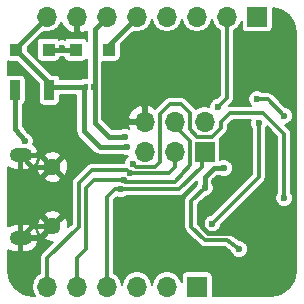
<source format=gbr>
G04 #@! TF.FileFunction,Copper,L2,Bot,Signal*
%FSLAX46Y46*%
G04 Gerber Fmt 4.6, Leading zero omitted, Abs format (unit mm)*
G04 Created by KiCad (PCBNEW 4.0.7) date 08/21/18 22:00:11*
%MOMM*%
%LPD*%
G01*
G04 APERTURE LIST*
%ADD10C,0.100000*%
%ADD11R,0.400000X0.600000*%
%ADD12R,1.700000X1.700000*%
%ADD13O,1.700000X1.700000*%
%ADD14R,1.100000X1.100000*%
%ADD15R,0.900000X1.700000*%
%ADD16C,1.450000*%
%ADD17O,1.900000X1.200000*%
%ADD18C,0.600000*%
%ADD19C,0.406400*%
%ADD20C,0.304800*%
%ADD21C,0.200000*%
G04 APERTURE END LIST*
D10*
D11*
X149906000Y-93599000D03*
X149306000Y-93599000D03*
D12*
X159385000Y-99060000D03*
D13*
X159385000Y-96520000D03*
X156845000Y-99060000D03*
X156845000Y-96520000D03*
X154305000Y-99060000D03*
X154305000Y-96520000D03*
D14*
X146180000Y-90424000D03*
X143380000Y-90424000D03*
X148460000Y-90424000D03*
X151260000Y-90424000D03*
D15*
X146230000Y-93853000D03*
X143330000Y-93853000D03*
D12*
X158750000Y-110490000D03*
D13*
X156210000Y-110490000D03*
X153670000Y-110490000D03*
X151130000Y-110490000D03*
X148590000Y-110490000D03*
X146050000Y-110490000D03*
D12*
X163830000Y-87630000D03*
D13*
X161290000Y-87630000D03*
X158750000Y-87630000D03*
X156210000Y-87630000D03*
X153670000Y-87630000D03*
X151130000Y-87630000D03*
X148590000Y-87630000D03*
X146050000Y-87630000D03*
D16*
X146495000Y-100370000D03*
X146495000Y-105370000D03*
D17*
X143795000Y-99370000D03*
X143795000Y-106370000D03*
D18*
X160655000Y-101346000D03*
X164592000Y-107315000D03*
X153289000Y-106807000D03*
X147320000Y-94869000D03*
X155067000Y-93472000D03*
X152781000Y-98679000D03*
X163830000Y-94615000D03*
X166116000Y-96012000D03*
X160528000Y-95250000D03*
X163957000Y-96647000D03*
X160020000Y-105156000D03*
X153035000Y-100838000D03*
X152527000Y-101473000D03*
X152273000Y-102235000D03*
X153289000Y-100076000D03*
X166116000Y-102997000D03*
X147320000Y-90297000D03*
X161036000Y-100457000D03*
X162306000Y-107315000D03*
X152654000Y-97790000D03*
X159385000Y-102108000D03*
X144145000Y-98171000D03*
D19*
X163195000Y-105918000D02*
X164592000Y-107315000D01*
X159639000Y-105918000D02*
X163195000Y-105918000D01*
X159131000Y-105410000D02*
X159639000Y-105918000D01*
X159131000Y-104140000D02*
X159131000Y-105410000D01*
X160528000Y-102743000D02*
X159131000Y-104140000D01*
X160528000Y-101219000D02*
X160528000Y-102743000D01*
X160655000Y-101346000D02*
X160528000Y-101219000D01*
D20*
X164592000Y-107315000D02*
X163195000Y-108712000D01*
X163195000Y-108712000D02*
X155194000Y-108712000D01*
X155194000Y-108712000D02*
X153289000Y-106807000D01*
D19*
X147320000Y-94869000D02*
X147320000Y-99545000D01*
X147320000Y-99545000D02*
X146495000Y-100370000D01*
X154305000Y-96520000D02*
X154305000Y-94234000D01*
X154305000Y-94234000D02*
X155067000Y-93472000D01*
X146495000Y-100370000D02*
X144795000Y-100370000D01*
X144795000Y-100370000D02*
X143795000Y-99370000D01*
X146495000Y-105370000D02*
X144795000Y-105370000D01*
X144795000Y-105370000D02*
X143795000Y-106370000D01*
X152781000Y-98679000D02*
X150495000Y-98679000D01*
X149156000Y-97340000D02*
X149156000Y-93599000D01*
X150495000Y-98679000D02*
X149156000Y-97340000D01*
X149156000Y-93599000D02*
X146484000Y-93599000D01*
X146484000Y-93599000D02*
X146230000Y-93853000D01*
X146230000Y-93853000D02*
X146230000Y-93274000D01*
X146230000Y-93274000D02*
X143380000Y-90424000D01*
X143380000Y-90424000D02*
X143380000Y-90300000D01*
X143380000Y-90300000D02*
X146050000Y-87630000D01*
X143330000Y-90474000D02*
X143380000Y-90424000D01*
X151260000Y-90424000D02*
X151260000Y-90040000D01*
X151260000Y-90040000D02*
X153670000Y-87630000D01*
D20*
X164719000Y-94615000D02*
X163830000Y-94615000D01*
X166116000Y-96012000D02*
X164719000Y-94615000D01*
X161290000Y-94488000D02*
X161290000Y-87630000D01*
X160528000Y-95250000D02*
X161290000Y-94488000D01*
X163957000Y-101219000D02*
X163957000Y-96647000D01*
X160020000Y-105156000D02*
X163957000Y-101219000D01*
X153035000Y-100838000D02*
X152781000Y-100584000D01*
X146050000Y-108077000D02*
X146050000Y-110490000D01*
X148717000Y-105410000D02*
X146050000Y-108077000D01*
X148717000Y-101727000D02*
X148717000Y-105410000D01*
X149860000Y-100584000D02*
X148717000Y-101727000D01*
X152781000Y-100584000D02*
X149860000Y-100584000D01*
X156845000Y-99060000D02*
X156845000Y-100330000D01*
X156337000Y-100838000D02*
X153035000Y-100838000D01*
X156845000Y-100330000D02*
X156337000Y-100838000D01*
X156845000Y-99187000D02*
X156845000Y-99060000D01*
X149352000Y-102362000D02*
X149352000Y-102108000D01*
X148590000Y-110490000D02*
X148590000Y-108077000D01*
X149352000Y-107315000D02*
X149352000Y-102362000D01*
X148590000Y-108077000D02*
X149352000Y-107315000D01*
X149987000Y-101473000D02*
X152527000Y-101473000D01*
X149352000Y-102108000D02*
X149987000Y-101473000D01*
X156845000Y-96520000D02*
X156845000Y-96901000D01*
X156845000Y-96901000D02*
X158115000Y-98171000D01*
X158115000Y-98171000D02*
X158115000Y-100203000D01*
X156845000Y-101600000D02*
X158115000Y-100203000D01*
X152654000Y-101600000D02*
X156845000Y-101600000D01*
X152527000Y-101473000D02*
X152654000Y-101600000D01*
X151130000Y-110490000D02*
X151130000Y-102870000D01*
X151765000Y-102235000D02*
X152273000Y-102235000D01*
X151130000Y-102870000D02*
X151765000Y-102235000D01*
X159131000Y-100330000D02*
X159131000Y-99314000D01*
X157226000Y-102235000D02*
X159131000Y-100330000D01*
X152273000Y-102235000D02*
X157226000Y-102235000D01*
X159131000Y-99314000D02*
X159385000Y-99060000D01*
X155575000Y-95885000D02*
X156464000Y-94996000D01*
X155575000Y-99949000D02*
X155575000Y-95885000D01*
X155190802Y-100333198D02*
X155575000Y-99949000D01*
X153546198Y-100333198D02*
X155190802Y-100333198D01*
X153289000Y-100076000D02*
X153546198Y-100333198D01*
X157353000Y-94996000D02*
X158115000Y-95758000D01*
X158115000Y-95758000D02*
X158115000Y-97155000D01*
X156464000Y-94996000D02*
X157353000Y-94996000D01*
X164338000Y-95758000D02*
X161544000Y-95758000D01*
X166116000Y-97536000D02*
X164338000Y-95758000D01*
X166116000Y-102997000D02*
X166116000Y-97536000D01*
X158115000Y-97155000D02*
X158750000Y-97790000D01*
X158750000Y-97790000D02*
X160020000Y-97790000D01*
X160020000Y-97790000D02*
X160782000Y-97028000D01*
X160782000Y-97028000D02*
X160782000Y-96520000D01*
X161544000Y-95758000D02*
X160782000Y-96520000D01*
D19*
X146180000Y-90424000D02*
X147193000Y-90424000D01*
X147193000Y-90424000D02*
X147320000Y-90297000D01*
X148460000Y-90424000D02*
X147447000Y-90424000D01*
X147447000Y-90424000D02*
X147320000Y-90297000D01*
X161036000Y-100457000D02*
X160147000Y-100457000D01*
X159385000Y-101219000D02*
X159385000Y-102108000D01*
X160147000Y-100457000D02*
X159385000Y-101219000D01*
D20*
X162306000Y-107315000D02*
X161290000Y-106553000D01*
X161290000Y-106553000D02*
X159385000Y-106553000D01*
X159385000Y-106553000D02*
X158242000Y-105410000D01*
X158242000Y-105410000D02*
X158242000Y-103251000D01*
X158242000Y-103251000D02*
X159385000Y-102108000D01*
D19*
X150056000Y-93599000D02*
X150056000Y-96589000D01*
X151257000Y-97790000D02*
X150056000Y-96589000D01*
X151257000Y-97790000D02*
X152654000Y-97790000D01*
X150056000Y-93599000D02*
X150056000Y-88704000D01*
X150056000Y-88704000D02*
X151130000Y-87630000D01*
X143330000Y-97102000D02*
X144145000Y-98171000D01*
X143330000Y-97102000D02*
X143330000Y-93853000D01*
X143380000Y-93803000D02*
X143330000Y-93853000D01*
D21*
G36*
X165867171Y-87047885D02*
X166517548Y-87482453D01*
X166952115Y-88132829D01*
X167115000Y-88951706D01*
X167115000Y-109168294D01*
X166952115Y-109987171D01*
X166517548Y-110637547D01*
X165867171Y-111072115D01*
X165048294Y-111235000D01*
X160058816Y-111235000D01*
X160058816Y-109640000D01*
X160027438Y-109473240D01*
X159928883Y-109320081D01*
X159778505Y-109217332D01*
X159600000Y-109181184D01*
X157900000Y-109181184D01*
X157733240Y-109212562D01*
X157580081Y-109311117D01*
X157477332Y-109461495D01*
X157441184Y-109640000D01*
X157441184Y-110118571D01*
X157411043Y-109967043D01*
X157129239Y-109545292D01*
X156707488Y-109263488D01*
X156210000Y-109164531D01*
X155712512Y-109263488D01*
X155290761Y-109545292D01*
X155008957Y-109967043D01*
X154940000Y-110313712D01*
X154871043Y-109967043D01*
X154589239Y-109545292D01*
X154167488Y-109263488D01*
X153670000Y-109164531D01*
X153172512Y-109263488D01*
X152750761Y-109545292D01*
X152468957Y-109967043D01*
X152400000Y-110313712D01*
X152331043Y-109967043D01*
X152049239Y-109545292D01*
X151732400Y-109333588D01*
X151732400Y-103119522D01*
X151942196Y-102909726D01*
X152123161Y-102984869D01*
X152421530Y-102985130D01*
X152697286Y-102871189D01*
X152731134Y-102837400D01*
X157226000Y-102837400D01*
X157456529Y-102791545D01*
X157651961Y-102660961D01*
X158731800Y-101581122D01*
X158731800Y-101725357D01*
X158635131Y-101958161D01*
X158635089Y-102005989D01*
X157816039Y-102825039D01*
X157685455Y-103020471D01*
X157660579Y-103145530D01*
X157639600Y-103251000D01*
X157639600Y-105410000D01*
X157685455Y-105640529D01*
X157816039Y-105835961D01*
X158959039Y-106978961D01*
X159154471Y-107109545D01*
X159385000Y-107155400D01*
X161089200Y-107155400D01*
X161580941Y-107524206D01*
X161669811Y-107739286D01*
X161880605Y-107950448D01*
X162156161Y-108064869D01*
X162454530Y-108065130D01*
X162730286Y-107951189D01*
X162941448Y-107740395D01*
X163055869Y-107464839D01*
X163056130Y-107166470D01*
X162942189Y-106890714D01*
X162731395Y-106679552D01*
X162455839Y-106565131D01*
X162310005Y-106565003D01*
X161651440Y-106071080D01*
X161583330Y-106038418D01*
X161520528Y-105996455D01*
X161478315Y-105988058D01*
X161439505Y-105969447D01*
X161364084Y-105965336D01*
X161290000Y-105950600D01*
X159634522Y-105950600D01*
X158844400Y-105160478D01*
X158844400Y-103500522D01*
X159486833Y-102858089D01*
X159533530Y-102858130D01*
X159809286Y-102744189D01*
X160020448Y-102533395D01*
X160134869Y-102257839D01*
X160135130Y-101959470D01*
X160038200Y-101724883D01*
X160038200Y-101489564D01*
X160417564Y-101110200D01*
X160653357Y-101110200D01*
X160886161Y-101206869D01*
X161184530Y-101207130D01*
X161460286Y-101093189D01*
X161671448Y-100882395D01*
X161785869Y-100606839D01*
X161786130Y-100308470D01*
X161672189Y-100032714D01*
X161461395Y-99821552D01*
X161185839Y-99707131D01*
X160887470Y-99706870D01*
X160693816Y-99786887D01*
X160693816Y-98210000D01*
X160662438Y-98043240D01*
X160645306Y-98016616D01*
X161207961Y-97453961D01*
X161338545Y-97258529D01*
X161384400Y-97028000D01*
X161384400Y-96769522D01*
X161793522Y-96360400D01*
X163263919Y-96360400D01*
X163207131Y-96497161D01*
X163206870Y-96795530D01*
X163320811Y-97071286D01*
X163354600Y-97105134D01*
X163354600Y-100969478D01*
X159918167Y-104405911D01*
X159871470Y-104405870D01*
X159595714Y-104519811D01*
X159384552Y-104730605D01*
X159270131Y-105006161D01*
X159269870Y-105304530D01*
X159383811Y-105580286D01*
X159594605Y-105791448D01*
X159870161Y-105905869D01*
X160168530Y-105906130D01*
X160444286Y-105792189D01*
X160655448Y-105581395D01*
X160769869Y-105305839D01*
X160769911Y-105258011D01*
X164382961Y-101644961D01*
X164513545Y-101449529D01*
X164559400Y-101219000D01*
X164559400Y-97105385D01*
X164592448Y-97072395D01*
X164653483Y-96925405D01*
X165513600Y-97785522D01*
X165513600Y-102538615D01*
X165480552Y-102571605D01*
X165366131Y-102847161D01*
X165365870Y-103145530D01*
X165479811Y-103421286D01*
X165690605Y-103632448D01*
X165966161Y-103746869D01*
X166264530Y-103747130D01*
X166540286Y-103633189D01*
X166751448Y-103422395D01*
X166865869Y-103146839D01*
X166866130Y-102848470D01*
X166752189Y-102572714D01*
X166718400Y-102538866D01*
X166718400Y-97536000D01*
X166690725Y-97396869D01*
X166672545Y-97305471D01*
X166541961Y-97110039D01*
X166193990Y-96762068D01*
X166264530Y-96762130D01*
X166540286Y-96648189D01*
X166751448Y-96437395D01*
X166865869Y-96161839D01*
X166866130Y-95863470D01*
X166752189Y-95587714D01*
X166541395Y-95376552D01*
X166265839Y-95262131D01*
X166218011Y-95262089D01*
X165144961Y-94189039D01*
X164949529Y-94058455D01*
X164719000Y-94012600D01*
X164288385Y-94012600D01*
X164255395Y-93979552D01*
X163979839Y-93865131D01*
X163681470Y-93864870D01*
X163405714Y-93978811D01*
X163194552Y-94189605D01*
X163080131Y-94465161D01*
X163079870Y-94763530D01*
X163193811Y-95039286D01*
X163309922Y-95155600D01*
X161544000Y-95155600D01*
X161457021Y-95172901D01*
X161715961Y-94913961D01*
X161846545Y-94718529D01*
X161892400Y-94488000D01*
X161892400Y-88786412D01*
X162209239Y-88574708D01*
X162491043Y-88152957D01*
X162521184Y-88001429D01*
X162521184Y-88480000D01*
X162552562Y-88646760D01*
X162651117Y-88799919D01*
X162801495Y-88902668D01*
X162980000Y-88938816D01*
X164680000Y-88938816D01*
X164846760Y-88907438D01*
X164999919Y-88808883D01*
X165102668Y-88658505D01*
X165138816Y-88480000D01*
X165138816Y-86903006D01*
X165867171Y-87047885D01*
X165867171Y-87047885D01*
G37*
X165867171Y-87047885D02*
X166517548Y-87482453D01*
X166952115Y-88132829D01*
X167115000Y-88951706D01*
X167115000Y-109168294D01*
X166952115Y-109987171D01*
X166517548Y-110637547D01*
X165867171Y-111072115D01*
X165048294Y-111235000D01*
X160058816Y-111235000D01*
X160058816Y-109640000D01*
X160027438Y-109473240D01*
X159928883Y-109320081D01*
X159778505Y-109217332D01*
X159600000Y-109181184D01*
X157900000Y-109181184D01*
X157733240Y-109212562D01*
X157580081Y-109311117D01*
X157477332Y-109461495D01*
X157441184Y-109640000D01*
X157441184Y-110118571D01*
X157411043Y-109967043D01*
X157129239Y-109545292D01*
X156707488Y-109263488D01*
X156210000Y-109164531D01*
X155712512Y-109263488D01*
X155290761Y-109545292D01*
X155008957Y-109967043D01*
X154940000Y-110313712D01*
X154871043Y-109967043D01*
X154589239Y-109545292D01*
X154167488Y-109263488D01*
X153670000Y-109164531D01*
X153172512Y-109263488D01*
X152750761Y-109545292D01*
X152468957Y-109967043D01*
X152400000Y-110313712D01*
X152331043Y-109967043D01*
X152049239Y-109545292D01*
X151732400Y-109333588D01*
X151732400Y-103119522D01*
X151942196Y-102909726D01*
X152123161Y-102984869D01*
X152421530Y-102985130D01*
X152697286Y-102871189D01*
X152731134Y-102837400D01*
X157226000Y-102837400D01*
X157456529Y-102791545D01*
X157651961Y-102660961D01*
X158731800Y-101581122D01*
X158731800Y-101725357D01*
X158635131Y-101958161D01*
X158635089Y-102005989D01*
X157816039Y-102825039D01*
X157685455Y-103020471D01*
X157660579Y-103145530D01*
X157639600Y-103251000D01*
X157639600Y-105410000D01*
X157685455Y-105640529D01*
X157816039Y-105835961D01*
X158959039Y-106978961D01*
X159154471Y-107109545D01*
X159385000Y-107155400D01*
X161089200Y-107155400D01*
X161580941Y-107524206D01*
X161669811Y-107739286D01*
X161880605Y-107950448D01*
X162156161Y-108064869D01*
X162454530Y-108065130D01*
X162730286Y-107951189D01*
X162941448Y-107740395D01*
X163055869Y-107464839D01*
X163056130Y-107166470D01*
X162942189Y-106890714D01*
X162731395Y-106679552D01*
X162455839Y-106565131D01*
X162310005Y-106565003D01*
X161651440Y-106071080D01*
X161583330Y-106038418D01*
X161520528Y-105996455D01*
X161478315Y-105988058D01*
X161439505Y-105969447D01*
X161364084Y-105965336D01*
X161290000Y-105950600D01*
X159634522Y-105950600D01*
X158844400Y-105160478D01*
X158844400Y-103500522D01*
X159486833Y-102858089D01*
X159533530Y-102858130D01*
X159809286Y-102744189D01*
X160020448Y-102533395D01*
X160134869Y-102257839D01*
X160135130Y-101959470D01*
X160038200Y-101724883D01*
X160038200Y-101489564D01*
X160417564Y-101110200D01*
X160653357Y-101110200D01*
X160886161Y-101206869D01*
X161184530Y-101207130D01*
X161460286Y-101093189D01*
X161671448Y-100882395D01*
X161785869Y-100606839D01*
X161786130Y-100308470D01*
X161672189Y-100032714D01*
X161461395Y-99821552D01*
X161185839Y-99707131D01*
X160887470Y-99706870D01*
X160693816Y-99786887D01*
X160693816Y-98210000D01*
X160662438Y-98043240D01*
X160645306Y-98016616D01*
X161207961Y-97453961D01*
X161338545Y-97258529D01*
X161384400Y-97028000D01*
X161384400Y-96769522D01*
X161793522Y-96360400D01*
X163263919Y-96360400D01*
X163207131Y-96497161D01*
X163206870Y-96795530D01*
X163320811Y-97071286D01*
X163354600Y-97105134D01*
X163354600Y-100969478D01*
X159918167Y-104405911D01*
X159871470Y-104405870D01*
X159595714Y-104519811D01*
X159384552Y-104730605D01*
X159270131Y-105006161D01*
X159269870Y-105304530D01*
X159383811Y-105580286D01*
X159594605Y-105791448D01*
X159870161Y-105905869D01*
X160168530Y-105906130D01*
X160444286Y-105792189D01*
X160655448Y-105581395D01*
X160769869Y-105305839D01*
X160769911Y-105258011D01*
X164382961Y-101644961D01*
X164513545Y-101449529D01*
X164559400Y-101219000D01*
X164559400Y-97105385D01*
X164592448Y-97072395D01*
X164653483Y-96925405D01*
X165513600Y-97785522D01*
X165513600Y-102538615D01*
X165480552Y-102571605D01*
X165366131Y-102847161D01*
X165365870Y-103145530D01*
X165479811Y-103421286D01*
X165690605Y-103632448D01*
X165966161Y-103746869D01*
X166264530Y-103747130D01*
X166540286Y-103633189D01*
X166751448Y-103422395D01*
X166865869Y-103146839D01*
X166866130Y-102848470D01*
X166752189Y-102572714D01*
X166718400Y-102538866D01*
X166718400Y-97536000D01*
X166690725Y-97396869D01*
X166672545Y-97305471D01*
X166541961Y-97110039D01*
X166193990Y-96762068D01*
X166264530Y-96762130D01*
X166540286Y-96648189D01*
X166751448Y-96437395D01*
X166865869Y-96161839D01*
X166866130Y-95863470D01*
X166752189Y-95587714D01*
X166541395Y-95376552D01*
X166265839Y-95262131D01*
X166218011Y-95262089D01*
X165144961Y-94189039D01*
X164949529Y-94058455D01*
X164719000Y-94012600D01*
X164288385Y-94012600D01*
X164255395Y-93979552D01*
X163979839Y-93865131D01*
X163681470Y-93864870D01*
X163405714Y-93978811D01*
X163194552Y-94189605D01*
X163080131Y-94465161D01*
X163079870Y-94763530D01*
X163193811Y-95039286D01*
X163309922Y-95155600D01*
X161544000Y-95155600D01*
X161457021Y-95172901D01*
X161715961Y-94913961D01*
X161846545Y-94718529D01*
X161892400Y-94488000D01*
X161892400Y-88786412D01*
X162209239Y-88574708D01*
X162491043Y-88152957D01*
X162521184Y-88001429D01*
X162521184Y-88480000D01*
X162552562Y-88646760D01*
X162651117Y-88799919D01*
X162801495Y-88902668D01*
X162980000Y-88938816D01*
X164680000Y-88938816D01*
X164846760Y-88907438D01*
X164999919Y-88808883D01*
X165102668Y-88658505D01*
X165138816Y-88480000D01*
X165138816Y-86903006D01*
X165867171Y-87047885D01*
G36*
X142830000Y-91432816D02*
X143465052Y-91432816D01*
X145321184Y-93288948D01*
X145321184Y-94703000D01*
X145352562Y-94869760D01*
X145451117Y-95022919D01*
X145601495Y-95125668D01*
X145780000Y-95161816D01*
X146680000Y-95161816D01*
X146846760Y-95130438D01*
X146999919Y-95031883D01*
X147102668Y-94881505D01*
X147138816Y-94703000D01*
X147138816Y-94252200D01*
X148502800Y-94252200D01*
X148502800Y-97340000D01*
X148552522Y-97589969D01*
X148694118Y-97801882D01*
X150033118Y-99140882D01*
X150245031Y-99282478D01*
X150495000Y-99332200D01*
X152398357Y-99332200D01*
X152631161Y-99428869D01*
X152890646Y-99429096D01*
X152864714Y-99439811D01*
X152653552Y-99650605D01*
X152539131Y-99926161D01*
X152539083Y-99981600D01*
X149860000Y-99981600D01*
X149629471Y-100027455D01*
X149434039Y-100158039D01*
X148291039Y-101301039D01*
X148160455Y-101496471D01*
X148160455Y-101496472D01*
X148114600Y-101727000D01*
X148114600Y-105160478D01*
X147836770Y-105438308D01*
X147804646Y-105006652D01*
X147677985Y-104700866D01*
X147450479Y-104632310D01*
X146712789Y-105370000D01*
X146726931Y-105384142D01*
X146509142Y-105601931D01*
X146495000Y-105587789D01*
X145757310Y-106325479D01*
X145825866Y-106552985D01*
X146329509Y-106719002D01*
X146574293Y-106700785D01*
X145624039Y-107651039D01*
X145493455Y-107846471D01*
X145472773Y-107950448D01*
X145447600Y-108077000D01*
X145447600Y-109333588D01*
X145130761Y-109545292D01*
X144848957Y-109967043D01*
X144750000Y-110464531D01*
X144750000Y-110515469D01*
X144848957Y-111012957D01*
X144997321Y-111235000D01*
X144831706Y-111235000D01*
X144012829Y-111072115D01*
X143362453Y-110637548D01*
X142927885Y-109987171D01*
X142765000Y-109168294D01*
X142765000Y-107361498D01*
X142840441Y-107427113D01*
X143291000Y-107578000D01*
X143641000Y-107578000D01*
X143641000Y-106524000D01*
X143949000Y-106524000D01*
X143949000Y-107578000D01*
X144299000Y-107578000D01*
X144749559Y-107427113D01*
X145108079Y-107115290D01*
X145304302Y-106709535D01*
X145189710Y-106524000D01*
X143949000Y-106524000D01*
X143641000Y-106524000D01*
X143621000Y-106524000D01*
X143621000Y-106216000D01*
X143641000Y-106216000D01*
X143641000Y-105162000D01*
X143949000Y-105162000D01*
X143949000Y-106216000D01*
X145189710Y-106216000D01*
X145304302Y-106030465D01*
X145108079Y-105624710D01*
X144749559Y-105312887D01*
X144425935Y-105204509D01*
X145145998Y-105204509D01*
X145185354Y-105733348D01*
X145312015Y-106039134D01*
X145539521Y-106107690D01*
X146277211Y-105370000D01*
X145539521Y-104632310D01*
X145312015Y-104700866D01*
X145145998Y-105204509D01*
X144425935Y-105204509D01*
X144299000Y-105162000D01*
X143949000Y-105162000D01*
X143641000Y-105162000D01*
X143291000Y-105162000D01*
X142840441Y-105312887D01*
X142765000Y-105378502D01*
X142765000Y-104414521D01*
X145757310Y-104414521D01*
X146495000Y-105152211D01*
X147232690Y-104414521D01*
X147164134Y-104187015D01*
X146660491Y-104020998D01*
X146131652Y-104060354D01*
X145825866Y-104187015D01*
X145757310Y-104414521D01*
X142765000Y-104414521D01*
X142765000Y-101325479D01*
X145757310Y-101325479D01*
X145825866Y-101552985D01*
X146329509Y-101719002D01*
X146858348Y-101679646D01*
X147164134Y-101552985D01*
X147232690Y-101325479D01*
X146495000Y-100587789D01*
X145757310Y-101325479D01*
X142765000Y-101325479D01*
X142765000Y-100361498D01*
X142840441Y-100427113D01*
X143291000Y-100578000D01*
X143641000Y-100578000D01*
X143641000Y-99524000D01*
X143949000Y-99524000D01*
X143949000Y-100578000D01*
X144299000Y-100578000D01*
X144749559Y-100427113D01*
X145005499Y-100204509D01*
X145145998Y-100204509D01*
X145185354Y-100733348D01*
X145312015Y-101039134D01*
X145539521Y-101107690D01*
X146277211Y-100370000D01*
X146712789Y-100370000D01*
X147450479Y-101107690D01*
X147677985Y-101039134D01*
X147844002Y-100535491D01*
X147804646Y-100006652D01*
X147677985Y-99700866D01*
X147450479Y-99632310D01*
X146712789Y-100370000D01*
X146277211Y-100370000D01*
X145539521Y-99632310D01*
X145312015Y-99700866D01*
X145145998Y-100204509D01*
X145005499Y-100204509D01*
X145108079Y-100115290D01*
X145304302Y-99709535D01*
X145189710Y-99524000D01*
X143949000Y-99524000D01*
X143641000Y-99524000D01*
X143621000Y-99524000D01*
X143621000Y-99414521D01*
X145757310Y-99414521D01*
X146495000Y-100152211D01*
X147232690Y-99414521D01*
X147164134Y-99187015D01*
X146660491Y-99020998D01*
X146131652Y-99060354D01*
X145825866Y-99187015D01*
X145757310Y-99414521D01*
X143621000Y-99414521D01*
X143621000Y-99216000D01*
X143641000Y-99216000D01*
X143641000Y-99196000D01*
X143949000Y-99196000D01*
X143949000Y-99216000D01*
X145189710Y-99216000D01*
X145304302Y-99030465D01*
X145108079Y-98624710D01*
X144858740Y-98407847D01*
X144894869Y-98320839D01*
X144895130Y-98022470D01*
X144781189Y-97746714D01*
X144570395Y-97535552D01*
X144440938Y-97481796D01*
X143983200Y-96881402D01*
X143983200Y-95106990D01*
X144099919Y-95031883D01*
X144202668Y-94881505D01*
X144238816Y-94703000D01*
X144238816Y-93003000D01*
X144207438Y-92836240D01*
X144108883Y-92683081D01*
X143958505Y-92580332D01*
X143780000Y-92544184D01*
X142880000Y-92544184D01*
X142765000Y-92565823D01*
X142765000Y-91419653D01*
X142830000Y-91432816D01*
X142830000Y-91432816D01*
G37*
X142830000Y-91432816D02*
X143465052Y-91432816D01*
X145321184Y-93288948D01*
X145321184Y-94703000D01*
X145352562Y-94869760D01*
X145451117Y-95022919D01*
X145601495Y-95125668D01*
X145780000Y-95161816D01*
X146680000Y-95161816D01*
X146846760Y-95130438D01*
X146999919Y-95031883D01*
X147102668Y-94881505D01*
X147138816Y-94703000D01*
X147138816Y-94252200D01*
X148502800Y-94252200D01*
X148502800Y-97340000D01*
X148552522Y-97589969D01*
X148694118Y-97801882D01*
X150033118Y-99140882D01*
X150245031Y-99282478D01*
X150495000Y-99332200D01*
X152398357Y-99332200D01*
X152631161Y-99428869D01*
X152890646Y-99429096D01*
X152864714Y-99439811D01*
X152653552Y-99650605D01*
X152539131Y-99926161D01*
X152539083Y-99981600D01*
X149860000Y-99981600D01*
X149629471Y-100027455D01*
X149434039Y-100158039D01*
X148291039Y-101301039D01*
X148160455Y-101496471D01*
X148160455Y-101496472D01*
X148114600Y-101727000D01*
X148114600Y-105160478D01*
X147836770Y-105438308D01*
X147804646Y-105006652D01*
X147677985Y-104700866D01*
X147450479Y-104632310D01*
X146712789Y-105370000D01*
X146726931Y-105384142D01*
X146509142Y-105601931D01*
X146495000Y-105587789D01*
X145757310Y-106325479D01*
X145825866Y-106552985D01*
X146329509Y-106719002D01*
X146574293Y-106700785D01*
X145624039Y-107651039D01*
X145493455Y-107846471D01*
X145472773Y-107950448D01*
X145447600Y-108077000D01*
X145447600Y-109333588D01*
X145130761Y-109545292D01*
X144848957Y-109967043D01*
X144750000Y-110464531D01*
X144750000Y-110515469D01*
X144848957Y-111012957D01*
X144997321Y-111235000D01*
X144831706Y-111235000D01*
X144012829Y-111072115D01*
X143362453Y-110637548D01*
X142927885Y-109987171D01*
X142765000Y-109168294D01*
X142765000Y-107361498D01*
X142840441Y-107427113D01*
X143291000Y-107578000D01*
X143641000Y-107578000D01*
X143641000Y-106524000D01*
X143949000Y-106524000D01*
X143949000Y-107578000D01*
X144299000Y-107578000D01*
X144749559Y-107427113D01*
X145108079Y-107115290D01*
X145304302Y-106709535D01*
X145189710Y-106524000D01*
X143949000Y-106524000D01*
X143641000Y-106524000D01*
X143621000Y-106524000D01*
X143621000Y-106216000D01*
X143641000Y-106216000D01*
X143641000Y-105162000D01*
X143949000Y-105162000D01*
X143949000Y-106216000D01*
X145189710Y-106216000D01*
X145304302Y-106030465D01*
X145108079Y-105624710D01*
X144749559Y-105312887D01*
X144425935Y-105204509D01*
X145145998Y-105204509D01*
X145185354Y-105733348D01*
X145312015Y-106039134D01*
X145539521Y-106107690D01*
X146277211Y-105370000D01*
X145539521Y-104632310D01*
X145312015Y-104700866D01*
X145145998Y-105204509D01*
X144425935Y-105204509D01*
X144299000Y-105162000D01*
X143949000Y-105162000D01*
X143641000Y-105162000D01*
X143291000Y-105162000D01*
X142840441Y-105312887D01*
X142765000Y-105378502D01*
X142765000Y-104414521D01*
X145757310Y-104414521D01*
X146495000Y-105152211D01*
X147232690Y-104414521D01*
X147164134Y-104187015D01*
X146660491Y-104020998D01*
X146131652Y-104060354D01*
X145825866Y-104187015D01*
X145757310Y-104414521D01*
X142765000Y-104414521D01*
X142765000Y-101325479D01*
X145757310Y-101325479D01*
X145825866Y-101552985D01*
X146329509Y-101719002D01*
X146858348Y-101679646D01*
X147164134Y-101552985D01*
X147232690Y-101325479D01*
X146495000Y-100587789D01*
X145757310Y-101325479D01*
X142765000Y-101325479D01*
X142765000Y-100361498D01*
X142840441Y-100427113D01*
X143291000Y-100578000D01*
X143641000Y-100578000D01*
X143641000Y-99524000D01*
X143949000Y-99524000D01*
X143949000Y-100578000D01*
X144299000Y-100578000D01*
X144749559Y-100427113D01*
X145005499Y-100204509D01*
X145145998Y-100204509D01*
X145185354Y-100733348D01*
X145312015Y-101039134D01*
X145539521Y-101107690D01*
X146277211Y-100370000D01*
X146712789Y-100370000D01*
X147450479Y-101107690D01*
X147677985Y-101039134D01*
X147844002Y-100535491D01*
X147804646Y-100006652D01*
X147677985Y-99700866D01*
X147450479Y-99632310D01*
X146712789Y-100370000D01*
X146277211Y-100370000D01*
X145539521Y-99632310D01*
X145312015Y-99700866D01*
X145145998Y-100204509D01*
X145005499Y-100204509D01*
X145108079Y-100115290D01*
X145304302Y-99709535D01*
X145189710Y-99524000D01*
X143949000Y-99524000D01*
X143641000Y-99524000D01*
X143621000Y-99524000D01*
X143621000Y-99414521D01*
X145757310Y-99414521D01*
X146495000Y-100152211D01*
X147232690Y-99414521D01*
X147164134Y-99187015D01*
X146660491Y-99020998D01*
X146131652Y-99060354D01*
X145825866Y-99187015D01*
X145757310Y-99414521D01*
X143621000Y-99414521D01*
X143621000Y-99216000D01*
X143641000Y-99216000D01*
X143641000Y-99196000D01*
X143949000Y-99196000D01*
X143949000Y-99216000D01*
X145189710Y-99216000D01*
X145304302Y-99030465D01*
X145108079Y-98624710D01*
X144858740Y-98407847D01*
X144894869Y-98320839D01*
X144895130Y-98022470D01*
X144781189Y-97746714D01*
X144570395Y-97535552D01*
X144440938Y-97481796D01*
X143983200Y-96881402D01*
X143983200Y-95106990D01*
X144099919Y-95031883D01*
X144202668Y-94881505D01*
X144238816Y-94703000D01*
X144238816Y-93003000D01*
X144207438Y-92836240D01*
X144108883Y-92683081D01*
X143958505Y-92580332D01*
X143780000Y-92544184D01*
X142880000Y-92544184D01*
X142765000Y-92565823D01*
X142765000Y-91419653D01*
X142830000Y-91432816D01*
G36*
X160088957Y-88152957D02*
X160370761Y-88574708D01*
X160687600Y-88786412D01*
X160687600Y-94238478D01*
X160426167Y-94499911D01*
X160379470Y-94499870D01*
X160103714Y-94613811D01*
X159892552Y-94824605D01*
X159778131Y-95100161D01*
X159777980Y-95272700D01*
X159385000Y-95194531D01*
X158887512Y-95293488D01*
X158630119Y-95465472D01*
X158540961Y-95332039D01*
X157778961Y-94570039D01*
X157583529Y-94439455D01*
X157353000Y-94393600D01*
X156464000Y-94393600D01*
X156233471Y-94439455D01*
X156038039Y-94570039D01*
X155202714Y-95405364D01*
X155032616Y-95256523D01*
X154683910Y-95112097D01*
X154459000Y-95223111D01*
X154459000Y-96366000D01*
X154479000Y-96366000D01*
X154479000Y-96674000D01*
X154459000Y-96674000D01*
X154459000Y-96694000D01*
X154151000Y-96694000D01*
X154151000Y-96674000D01*
X153007144Y-96674000D01*
X152897085Y-96898911D01*
X153009061Y-97125347D01*
X152803839Y-97040131D01*
X152505470Y-97039870D01*
X152270883Y-97136800D01*
X151527564Y-97136800D01*
X150709200Y-96318436D01*
X150709200Y-96141089D01*
X152897085Y-96141089D01*
X153007144Y-96366000D01*
X154151000Y-96366000D01*
X154151000Y-95223111D01*
X153926090Y-95112097D01*
X153577384Y-95256523D01*
X153149259Y-95631146D01*
X152897085Y-96141089D01*
X150709200Y-96141089D01*
X150709200Y-91432654D01*
X150710000Y-91432816D01*
X151810000Y-91432816D01*
X151976760Y-91401438D01*
X152129919Y-91302883D01*
X152232668Y-91152505D01*
X152268816Y-90974000D01*
X152268816Y-89954948D01*
X153334942Y-88888822D01*
X153670000Y-88955469D01*
X154167488Y-88856512D01*
X154589239Y-88574708D01*
X154871043Y-88152957D01*
X154940000Y-87806288D01*
X155008957Y-88152957D01*
X155290761Y-88574708D01*
X155712512Y-88856512D01*
X156210000Y-88955469D01*
X156707488Y-88856512D01*
X157129239Y-88574708D01*
X157411043Y-88152957D01*
X157480000Y-87806288D01*
X157548957Y-88152957D01*
X157830761Y-88574708D01*
X158252512Y-88856512D01*
X158750000Y-88955469D01*
X159247488Y-88856512D01*
X159669239Y-88574708D01*
X159951043Y-88152957D01*
X160020000Y-87806288D01*
X160088957Y-88152957D01*
X160088957Y-88152957D01*
G37*
X160088957Y-88152957D02*
X160370761Y-88574708D01*
X160687600Y-88786412D01*
X160687600Y-94238478D01*
X160426167Y-94499911D01*
X160379470Y-94499870D01*
X160103714Y-94613811D01*
X159892552Y-94824605D01*
X159778131Y-95100161D01*
X159777980Y-95272700D01*
X159385000Y-95194531D01*
X158887512Y-95293488D01*
X158630119Y-95465472D01*
X158540961Y-95332039D01*
X157778961Y-94570039D01*
X157583529Y-94439455D01*
X157353000Y-94393600D01*
X156464000Y-94393600D01*
X156233471Y-94439455D01*
X156038039Y-94570039D01*
X155202714Y-95405364D01*
X155032616Y-95256523D01*
X154683910Y-95112097D01*
X154459000Y-95223111D01*
X154459000Y-96366000D01*
X154479000Y-96366000D01*
X154479000Y-96674000D01*
X154459000Y-96674000D01*
X154459000Y-96694000D01*
X154151000Y-96694000D01*
X154151000Y-96674000D01*
X153007144Y-96674000D01*
X152897085Y-96898911D01*
X153009061Y-97125347D01*
X152803839Y-97040131D01*
X152505470Y-97039870D01*
X152270883Y-97136800D01*
X151527564Y-97136800D01*
X150709200Y-96318436D01*
X150709200Y-96141089D01*
X152897085Y-96141089D01*
X153007144Y-96366000D01*
X154151000Y-96366000D01*
X154151000Y-95223111D01*
X153926090Y-95112097D01*
X153577384Y-95256523D01*
X153149259Y-95631146D01*
X152897085Y-96141089D01*
X150709200Y-96141089D01*
X150709200Y-91432654D01*
X150710000Y-91432816D01*
X151810000Y-91432816D01*
X151976760Y-91401438D01*
X152129919Y-91302883D01*
X152232668Y-91152505D01*
X152268816Y-90974000D01*
X152268816Y-89954948D01*
X153334942Y-88888822D01*
X153670000Y-88955469D01*
X154167488Y-88856512D01*
X154589239Y-88574708D01*
X154871043Y-88152957D01*
X154940000Y-87806288D01*
X155008957Y-88152957D01*
X155290761Y-88574708D01*
X155712512Y-88856512D01*
X156210000Y-88955469D01*
X156707488Y-88856512D01*
X157129239Y-88574708D01*
X157411043Y-88152957D01*
X157480000Y-87806288D01*
X157548957Y-88152957D01*
X157830761Y-88574708D01*
X158252512Y-88856512D01*
X158750000Y-88955469D01*
X159247488Y-88856512D01*
X159669239Y-88574708D01*
X159951043Y-88152957D01*
X160020000Y-87806288D01*
X160088957Y-88152957D01*
G36*
X148744000Y-87476000D02*
X148764000Y-87476000D01*
X148764000Y-87784000D01*
X148744000Y-87784000D01*
X148744000Y-88926889D01*
X148968910Y-89037903D01*
X149317616Y-88893477D01*
X149402800Y-88818938D01*
X149402800Y-89653411D01*
X149338883Y-89554081D01*
X149188505Y-89451332D01*
X149010000Y-89415184D01*
X147910000Y-89415184D01*
X147743240Y-89446562D01*
X147590081Y-89545117D01*
X147562434Y-89585580D01*
X147469839Y-89547131D01*
X147171470Y-89546870D01*
X147078865Y-89585134D01*
X147058883Y-89554081D01*
X146908505Y-89451332D01*
X146730000Y-89415184D01*
X145630000Y-89415184D01*
X145463240Y-89446562D01*
X145310081Y-89545117D01*
X145207332Y-89695495D01*
X145171184Y-89874000D01*
X145171184Y-90974000D01*
X145202562Y-91140760D01*
X145301117Y-91293919D01*
X145451495Y-91396668D01*
X145630000Y-91432816D01*
X146730000Y-91432816D01*
X146896760Y-91401438D01*
X147049919Y-91302883D01*
X147152668Y-91152505D01*
X147167918Y-91077200D01*
X147193000Y-91077200D01*
X147320000Y-91051938D01*
X147447000Y-91077200D01*
X147470602Y-91077200D01*
X147482562Y-91140760D01*
X147581117Y-91293919D01*
X147731495Y-91396668D01*
X147910000Y-91432816D01*
X149010000Y-91432816D01*
X149176760Y-91401438D01*
X149329919Y-91302883D01*
X149402800Y-91196218D01*
X149402800Y-92840184D01*
X149106000Y-92840184D01*
X148939240Y-92871562D01*
X148823871Y-92945800D01*
X147128053Y-92945800D01*
X147107438Y-92836240D01*
X147008883Y-92683081D01*
X146858505Y-92580332D01*
X146680000Y-92544184D01*
X146423948Y-92544184D01*
X144388816Y-90509052D01*
X144388816Y-90214948D01*
X145714942Y-88888822D01*
X146050000Y-88955469D01*
X146547488Y-88856512D01*
X146969239Y-88574708D01*
X147251043Y-88152957D01*
X147251696Y-88149677D01*
X147434259Y-88518854D01*
X147862384Y-88893477D01*
X148211090Y-89037903D01*
X148436000Y-88926889D01*
X148436000Y-87784000D01*
X148416000Y-87784000D01*
X148416000Y-87476000D01*
X148436000Y-87476000D01*
X148436000Y-87456000D01*
X148744000Y-87456000D01*
X148744000Y-87476000D01*
X148744000Y-87476000D01*
G37*
X148744000Y-87476000D02*
X148764000Y-87476000D01*
X148764000Y-87784000D01*
X148744000Y-87784000D01*
X148744000Y-88926889D01*
X148968910Y-89037903D01*
X149317616Y-88893477D01*
X149402800Y-88818938D01*
X149402800Y-89653411D01*
X149338883Y-89554081D01*
X149188505Y-89451332D01*
X149010000Y-89415184D01*
X147910000Y-89415184D01*
X147743240Y-89446562D01*
X147590081Y-89545117D01*
X147562434Y-89585580D01*
X147469839Y-89547131D01*
X147171470Y-89546870D01*
X147078865Y-89585134D01*
X147058883Y-89554081D01*
X146908505Y-89451332D01*
X146730000Y-89415184D01*
X145630000Y-89415184D01*
X145463240Y-89446562D01*
X145310081Y-89545117D01*
X145207332Y-89695495D01*
X145171184Y-89874000D01*
X145171184Y-90974000D01*
X145202562Y-91140760D01*
X145301117Y-91293919D01*
X145451495Y-91396668D01*
X145630000Y-91432816D01*
X146730000Y-91432816D01*
X146896760Y-91401438D01*
X147049919Y-91302883D01*
X147152668Y-91152505D01*
X147167918Y-91077200D01*
X147193000Y-91077200D01*
X147320000Y-91051938D01*
X147447000Y-91077200D01*
X147470602Y-91077200D01*
X147482562Y-91140760D01*
X147581117Y-91293919D01*
X147731495Y-91396668D01*
X147910000Y-91432816D01*
X149010000Y-91432816D01*
X149176760Y-91401438D01*
X149329919Y-91302883D01*
X149402800Y-91196218D01*
X149402800Y-92840184D01*
X149106000Y-92840184D01*
X148939240Y-92871562D01*
X148823871Y-92945800D01*
X147128053Y-92945800D01*
X147107438Y-92836240D01*
X147008883Y-92683081D01*
X146858505Y-92580332D01*
X146680000Y-92544184D01*
X146423948Y-92544184D01*
X144388816Y-90509052D01*
X144388816Y-90214948D01*
X145714942Y-88888822D01*
X146050000Y-88955469D01*
X146547488Y-88856512D01*
X146969239Y-88574708D01*
X147251043Y-88152957D01*
X147251696Y-88149677D01*
X147434259Y-88518854D01*
X147862384Y-88893477D01*
X148211090Y-89037903D01*
X148436000Y-88926889D01*
X148436000Y-87784000D01*
X148416000Y-87784000D01*
X148416000Y-87476000D01*
X148436000Y-87476000D01*
X148436000Y-87456000D01*
X148744000Y-87456000D01*
X148744000Y-87476000D01*
M02*

</source>
